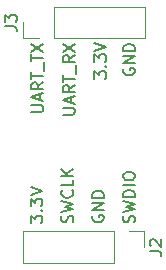
<source format=gbr>
G04 #@! TF.GenerationSoftware,KiCad,Pcbnew,5.1.5-52549c5~84~ubuntu19.04.1*
G04 #@! TF.CreationDate,2020-02-16T17:49:03+01:00*
G04 #@! TF.ProjectId,ilulissat_debug,696c756c-6973-4736-9174-5f6465627567,rev?*
G04 #@! TF.SameCoordinates,Original*
G04 #@! TF.FileFunction,Legend,Top*
G04 #@! TF.FilePolarity,Positive*
%FSLAX46Y46*%
G04 Gerber Fmt 4.6, Leading zero omitted, Abs format (unit mm)*
G04 Created by KiCad (PCBNEW 5.1.5-52549c5~84~ubuntu19.04.1) date 2020-02-16 17:49:03*
%MOMM*%
%LPD*%
G04 APERTURE LIST*
%ADD10C,0.150000*%
%ADD11C,0.120000*%
G04 APERTURE END LIST*
D10*
X154502380Y-110470238D02*
X154502380Y-109851190D01*
X154883333Y-110184524D01*
X154883333Y-110041667D01*
X154930952Y-109946428D01*
X154978571Y-109898809D01*
X155073809Y-109851190D01*
X155311904Y-109851190D01*
X155407142Y-109898809D01*
X155454761Y-109946428D01*
X155502380Y-110041667D01*
X155502380Y-110327381D01*
X155454761Y-110422619D01*
X155407142Y-110470238D01*
X155407142Y-109422619D02*
X155454761Y-109375000D01*
X155502380Y-109422619D01*
X155454761Y-109470238D01*
X155407142Y-109422619D01*
X155502380Y-109422619D01*
X154502380Y-109041667D02*
X154502380Y-108422619D01*
X154883333Y-108755952D01*
X154883333Y-108613095D01*
X154930952Y-108517857D01*
X154978571Y-108470238D01*
X155073809Y-108422619D01*
X155311904Y-108422619D01*
X155407142Y-108470238D01*
X155454761Y-108517857D01*
X155502380Y-108613095D01*
X155502380Y-108898809D01*
X155454761Y-108994048D01*
X155407142Y-109041667D01*
X154502380Y-108136905D02*
X155502380Y-107803571D01*
X154502380Y-107470238D01*
X158063094Y-110422618D02*
X158110713Y-110279761D01*
X158110713Y-110041666D01*
X158063094Y-109946428D01*
X158015475Y-109898809D01*
X157920237Y-109851190D01*
X157824999Y-109851190D01*
X157729761Y-109898809D01*
X157682142Y-109946428D01*
X157634523Y-110041666D01*
X157586904Y-110232142D01*
X157539285Y-110327380D01*
X157491666Y-110374999D01*
X157396428Y-110422618D01*
X157301190Y-110422618D01*
X157205952Y-110374999D01*
X157158333Y-110327380D01*
X157110713Y-110232142D01*
X157110713Y-109994047D01*
X157158333Y-109851190D01*
X157110713Y-109517856D02*
X158110713Y-109279761D01*
X157396428Y-109089285D01*
X158110713Y-108898809D01*
X157110713Y-108660714D01*
X158015475Y-107708333D02*
X158063094Y-107755952D01*
X158110713Y-107898809D01*
X158110713Y-107994047D01*
X158063094Y-108136904D01*
X157967856Y-108232142D01*
X157872618Y-108279761D01*
X157682142Y-108327380D01*
X157539285Y-108327380D01*
X157348809Y-108279761D01*
X157253571Y-108232142D01*
X157158333Y-108136904D01*
X157110713Y-107994047D01*
X157110713Y-107898809D01*
X157158333Y-107755952D01*
X157205952Y-107708333D01*
X158110713Y-106803571D02*
X158110713Y-107279761D01*
X157110713Y-107279761D01*
X158110713Y-106470237D02*
X157110713Y-106470237D01*
X158110713Y-105898809D02*
X157539285Y-106327380D01*
X157110713Y-105898809D02*
X157682142Y-106470237D01*
X159766666Y-109851190D02*
X159719046Y-109946428D01*
X159719046Y-110089286D01*
X159766666Y-110232143D01*
X159861904Y-110327381D01*
X159957142Y-110375000D01*
X160147618Y-110422619D01*
X160290475Y-110422619D01*
X160480951Y-110375000D01*
X160576189Y-110327381D01*
X160671427Y-110232143D01*
X160719046Y-110089286D01*
X160719046Y-109994047D01*
X160671427Y-109851190D01*
X160623808Y-109803571D01*
X160290475Y-109803571D01*
X160290475Y-109994047D01*
X160719046Y-109375000D02*
X159719046Y-109375000D01*
X160719046Y-108803571D01*
X159719046Y-108803571D01*
X160719046Y-108327381D02*
X159719046Y-108327381D01*
X159719046Y-108089286D01*
X159766666Y-107946428D01*
X159861904Y-107851190D01*
X159957142Y-107803571D01*
X160147618Y-107755952D01*
X160290475Y-107755952D01*
X160480951Y-107803571D01*
X160576189Y-107851190D01*
X160671427Y-107946428D01*
X160719046Y-108089286D01*
X160719046Y-108327381D01*
X163279761Y-110422618D02*
X163327380Y-110279761D01*
X163327380Y-110041666D01*
X163279761Y-109946428D01*
X163232142Y-109898809D01*
X163136904Y-109851190D01*
X163041666Y-109851190D01*
X162946428Y-109898809D01*
X162898809Y-109946428D01*
X162851190Y-110041666D01*
X162803571Y-110232142D01*
X162755952Y-110327380D01*
X162708333Y-110374999D01*
X162613095Y-110422618D01*
X162517857Y-110422618D01*
X162422619Y-110374999D01*
X162375000Y-110327380D01*
X162327380Y-110232142D01*
X162327380Y-109994047D01*
X162375000Y-109851190D01*
X162327380Y-109517856D02*
X163327380Y-109279761D01*
X162613095Y-109089285D01*
X163327380Y-108898809D01*
X162327380Y-108660713D01*
X163327380Y-108279761D02*
X162327380Y-108279761D01*
X162327380Y-108041666D01*
X162375000Y-107898809D01*
X162470238Y-107803571D01*
X162565476Y-107755951D01*
X162755952Y-107708332D01*
X162898809Y-107708332D01*
X163089285Y-107755951D01*
X163184523Y-107803571D01*
X163279761Y-107898809D01*
X163327380Y-108041666D01*
X163327380Y-108279761D01*
X163327380Y-107279761D02*
X162327380Y-107279761D01*
X162327380Y-106613094D02*
X162327380Y-106422618D01*
X162375000Y-106327380D01*
X162470238Y-106232142D01*
X162660714Y-106184523D01*
X162994047Y-106184523D01*
X163184523Y-106232142D01*
X163279761Y-106327380D01*
X163327380Y-106422618D01*
X163327380Y-106613094D01*
X163279761Y-106708332D01*
X163184523Y-106803571D01*
X162994047Y-106851190D01*
X162660714Y-106851190D01*
X162470238Y-106803571D01*
X162375000Y-106708332D01*
X162327380Y-106613094D01*
X154577380Y-101058333D02*
X155386904Y-101058333D01*
X155482142Y-101010714D01*
X155529761Y-100963095D01*
X155577380Y-100867857D01*
X155577380Y-100677380D01*
X155529761Y-100582142D01*
X155482142Y-100534523D01*
X155386904Y-100486904D01*
X154577380Y-100486904D01*
X155291666Y-100058333D02*
X155291666Y-99582142D01*
X155577380Y-100153571D02*
X154577380Y-99820238D01*
X155577380Y-99486904D01*
X155577380Y-98582142D02*
X155101190Y-98915476D01*
X155577380Y-99153571D02*
X154577380Y-99153571D01*
X154577380Y-98772619D01*
X154625000Y-98677380D01*
X154672619Y-98629761D01*
X154767857Y-98582142D01*
X154910714Y-98582142D01*
X155005952Y-98629761D01*
X155053571Y-98677380D01*
X155101190Y-98772619D01*
X155101190Y-99153571D01*
X154577380Y-98296428D02*
X154577380Y-97725000D01*
X155577380Y-98010714D02*
X154577380Y-98010714D01*
X155672619Y-97629761D02*
X155672619Y-96867857D01*
X154577380Y-96772619D02*
X154577380Y-96201190D01*
X155577380Y-96486904D02*
X154577380Y-96486904D01*
X154577380Y-95963095D02*
X155577380Y-95296428D01*
X154577380Y-95296428D02*
X155577380Y-95963095D01*
X157235713Y-101296427D02*
X158045237Y-101296427D01*
X158140475Y-101248808D01*
X158188094Y-101201189D01*
X158235713Y-101105951D01*
X158235713Y-100915475D01*
X158188094Y-100820237D01*
X158140475Y-100772618D01*
X158045237Y-100724999D01*
X157235713Y-100724999D01*
X157949999Y-100296427D02*
X157949999Y-99820237D01*
X158235713Y-100391666D02*
X157235713Y-100058332D01*
X158235713Y-99724999D01*
X158235713Y-98820237D02*
X157759523Y-99153570D01*
X158235713Y-99391666D02*
X157235713Y-99391666D01*
X157235713Y-99010713D01*
X157283333Y-98915475D01*
X157330952Y-98867856D01*
X157426190Y-98820237D01*
X157569047Y-98820237D01*
X157664285Y-98867856D01*
X157711904Y-98915475D01*
X157759523Y-99010713D01*
X157759523Y-99391666D01*
X157235713Y-98534523D02*
X157235713Y-97963094D01*
X158235713Y-98248808D02*
X157235713Y-98248808D01*
X158330952Y-97867856D02*
X158330952Y-97105951D01*
X158235713Y-96296427D02*
X157759523Y-96629761D01*
X158235713Y-96867856D02*
X157235713Y-96867856D01*
X157235713Y-96486904D01*
X157283333Y-96391666D01*
X157330952Y-96344047D01*
X157426190Y-96296427D01*
X157569047Y-96296427D01*
X157664285Y-96344047D01*
X157711904Y-96391666D01*
X157759523Y-96486904D01*
X157759523Y-96867856D01*
X157235713Y-95963094D02*
X158235713Y-95296427D01*
X157235713Y-95296427D02*
X158235713Y-95963094D01*
X159894046Y-98248809D02*
X159894046Y-97629761D01*
X160274999Y-97963095D01*
X160274999Y-97820238D01*
X160322618Y-97724999D01*
X160370237Y-97677380D01*
X160465475Y-97629761D01*
X160703570Y-97629761D01*
X160798808Y-97677380D01*
X160846427Y-97724999D01*
X160894046Y-97820238D01*
X160894046Y-98105952D01*
X160846427Y-98201190D01*
X160798808Y-98248809D01*
X160798808Y-97201190D02*
X160846427Y-97153571D01*
X160894046Y-97201190D01*
X160846427Y-97248809D01*
X160798808Y-97201190D01*
X160894046Y-97201190D01*
X159894046Y-96820238D02*
X159894046Y-96201190D01*
X160274999Y-96534523D01*
X160274999Y-96391666D01*
X160322618Y-96296428D01*
X160370237Y-96248809D01*
X160465475Y-96201190D01*
X160703570Y-96201190D01*
X160798808Y-96248809D01*
X160846427Y-96296428D01*
X160894046Y-96391666D01*
X160894046Y-96677380D01*
X160846427Y-96772619D01*
X160798808Y-96820238D01*
X159894046Y-95915476D02*
X160894046Y-95582142D01*
X159894046Y-95248809D01*
X162375000Y-97416785D02*
X162327380Y-97512023D01*
X162327380Y-97654880D01*
X162375000Y-97797737D01*
X162470238Y-97892975D01*
X162565476Y-97940594D01*
X162755952Y-97988213D01*
X162898809Y-97988213D01*
X163089285Y-97940594D01*
X163184523Y-97892975D01*
X163279761Y-97797737D01*
X163327380Y-97654880D01*
X163327380Y-97559642D01*
X163279761Y-97416785D01*
X163232142Y-97369166D01*
X162898809Y-97369166D01*
X162898809Y-97559642D01*
X163327380Y-96940594D02*
X162327380Y-96940594D01*
X163327380Y-96369166D01*
X162327380Y-96369166D01*
X163327380Y-95892975D02*
X162327380Y-95892975D01*
X162327380Y-95654880D01*
X162375000Y-95512023D01*
X162470238Y-95416785D01*
X162565476Y-95369166D01*
X162755952Y-95321547D01*
X162898809Y-95321547D01*
X163089285Y-95369166D01*
X163184523Y-95416785D01*
X163279761Y-95512023D01*
X163327380Y-95654880D01*
X163327380Y-95892975D01*
D11*
X153870000Y-94830000D02*
X153870000Y-93500000D01*
X155200000Y-94830000D02*
X153870000Y-94830000D01*
X156470000Y-94830000D02*
X156470000Y-92170000D01*
X156470000Y-92170000D02*
X164150000Y-92170000D01*
X156470000Y-94830000D02*
X164150000Y-94830000D01*
X164150000Y-94830000D02*
X164150000Y-92170000D01*
X164130000Y-111195000D02*
X164130000Y-112525000D01*
X162800000Y-111195000D02*
X164130000Y-111195000D01*
X161530000Y-111195000D02*
X161530000Y-113855000D01*
X161530000Y-113855000D02*
X153850000Y-113855000D01*
X161530000Y-111195000D02*
X153850000Y-111195000D01*
X153850000Y-111195000D02*
X153850000Y-113855000D01*
D10*
X152322380Y-93833333D02*
X153036666Y-93833333D01*
X153179523Y-93880952D01*
X153274761Y-93976190D01*
X153322380Y-94119047D01*
X153322380Y-94214285D01*
X152322380Y-93452380D02*
X152322380Y-92833333D01*
X152703333Y-93166666D01*
X152703333Y-93023809D01*
X152750952Y-92928571D01*
X152798571Y-92880952D01*
X152893809Y-92833333D01*
X153131904Y-92833333D01*
X153227142Y-92880952D01*
X153274761Y-92928571D01*
X153322380Y-93023809D01*
X153322380Y-93309523D01*
X153274761Y-93404761D01*
X153227142Y-93452380D01*
X164582380Y-112858333D02*
X165296666Y-112858333D01*
X165439523Y-112905952D01*
X165534761Y-113001190D01*
X165582380Y-113144047D01*
X165582380Y-113239285D01*
X164677619Y-112429761D02*
X164630000Y-112382142D01*
X164582380Y-112286904D01*
X164582380Y-112048809D01*
X164630000Y-111953571D01*
X164677619Y-111905952D01*
X164772857Y-111858333D01*
X164868095Y-111858333D01*
X165010952Y-111905952D01*
X165582380Y-112477380D01*
X165582380Y-111858333D01*
M02*

</source>
